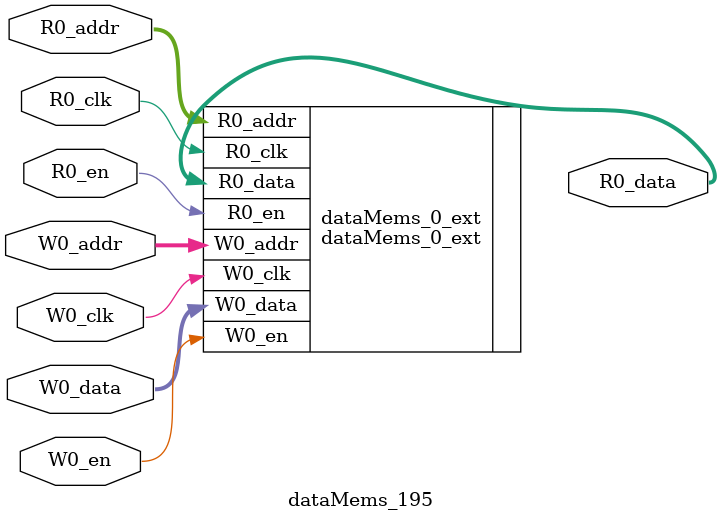
<source format=sv>
`ifndef RANDOMIZE
  `ifdef RANDOMIZE_REG_INIT
    `define RANDOMIZE
  `endif // RANDOMIZE_REG_INIT
`endif // not def RANDOMIZE
`ifndef RANDOMIZE
  `ifdef RANDOMIZE_MEM_INIT
    `define RANDOMIZE
  `endif // RANDOMIZE_MEM_INIT
`endif // not def RANDOMIZE

`ifndef RANDOM
  `define RANDOM $random
`endif // not def RANDOM

// Users can define 'PRINTF_COND' to add an extra gate to prints.
`ifndef PRINTF_COND_
  `ifdef PRINTF_COND
    `define PRINTF_COND_ (`PRINTF_COND)
  `else  // PRINTF_COND
    `define PRINTF_COND_ 1
  `endif // PRINTF_COND
`endif // not def PRINTF_COND_

// Users can define 'ASSERT_VERBOSE_COND' to add an extra gate to assert error printing.
`ifndef ASSERT_VERBOSE_COND_
  `ifdef ASSERT_VERBOSE_COND
    `define ASSERT_VERBOSE_COND_ (`ASSERT_VERBOSE_COND)
  `else  // ASSERT_VERBOSE_COND
    `define ASSERT_VERBOSE_COND_ 1
  `endif // ASSERT_VERBOSE_COND
`endif // not def ASSERT_VERBOSE_COND_

// Users can define 'STOP_COND' to add an extra gate to stop conditions.
`ifndef STOP_COND_
  `ifdef STOP_COND
    `define STOP_COND_ (`STOP_COND)
  `else  // STOP_COND
    `define STOP_COND_ 1
  `endif // STOP_COND
`endif // not def STOP_COND_

// Users can define INIT_RANDOM as general code that gets injected into the
// initializer block for modules with registers.
`ifndef INIT_RANDOM
  `define INIT_RANDOM
`endif // not def INIT_RANDOM

// If using random initialization, you can also define RANDOMIZE_DELAY to
// customize the delay used, otherwise 0.002 is used.
`ifndef RANDOMIZE_DELAY
  `define RANDOMIZE_DELAY 0.002
`endif // not def RANDOMIZE_DELAY

// Define INIT_RANDOM_PROLOG_ for use in our modules below.
`ifndef INIT_RANDOM_PROLOG_
  `ifdef RANDOMIZE
    `ifdef VERILATOR
      `define INIT_RANDOM_PROLOG_ `INIT_RANDOM
    `else  // VERILATOR
      `define INIT_RANDOM_PROLOG_ `INIT_RANDOM #`RANDOMIZE_DELAY begin end
    `endif // VERILATOR
  `else  // RANDOMIZE
    `define INIT_RANDOM_PROLOG_
  `endif // RANDOMIZE
`endif // not def INIT_RANDOM_PROLOG_

// Include register initializers in init blocks unless synthesis is set
`ifndef SYNTHESIS
  `ifndef ENABLE_INITIAL_REG_
    `define ENABLE_INITIAL_REG_
  `endif // not def ENABLE_INITIAL_REG_
`endif // not def SYNTHESIS

// Include rmemory initializers in init blocks unless synthesis is set
`ifndef SYNTHESIS
  `ifndef ENABLE_INITIAL_MEM_
    `define ENABLE_INITIAL_MEM_
  `endif // not def ENABLE_INITIAL_MEM_
`endif // not def SYNTHESIS

module dataMems_195(	// @[generators/ara/src/main/scala/UnsafeAXI4ToTL.scala:365:62]
  input  [4:0]   R0_addr,
  input          R0_en,
  input          R0_clk,
  output [130:0] R0_data,
  input  [4:0]   W0_addr,
  input          W0_en,
  input          W0_clk,
  input  [130:0] W0_data
);

  dataMems_0_ext dataMems_0_ext (	// @[generators/ara/src/main/scala/UnsafeAXI4ToTL.scala:365:62]
    .R0_addr (R0_addr),
    .R0_en   (R0_en),
    .R0_clk  (R0_clk),
    .R0_data (R0_data),
    .W0_addr (W0_addr),
    .W0_en   (W0_en),
    .W0_clk  (W0_clk),
    .W0_data (W0_data)
  );
endmodule


</source>
